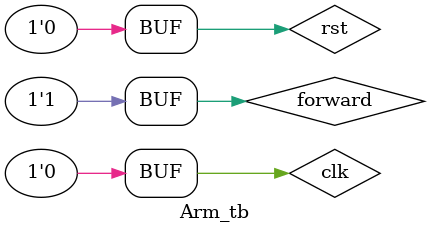
<source format=v>


module Arm_tb();
    reg clk=0,rst=0,forward=1;
    ARM m(clk,rst,forward);

    initial repeat (5000) #10 clk=~clk;

    initial begin
        #2 rst=1;
        #2 rst=0;
        
    end
endmodule 
</source>
